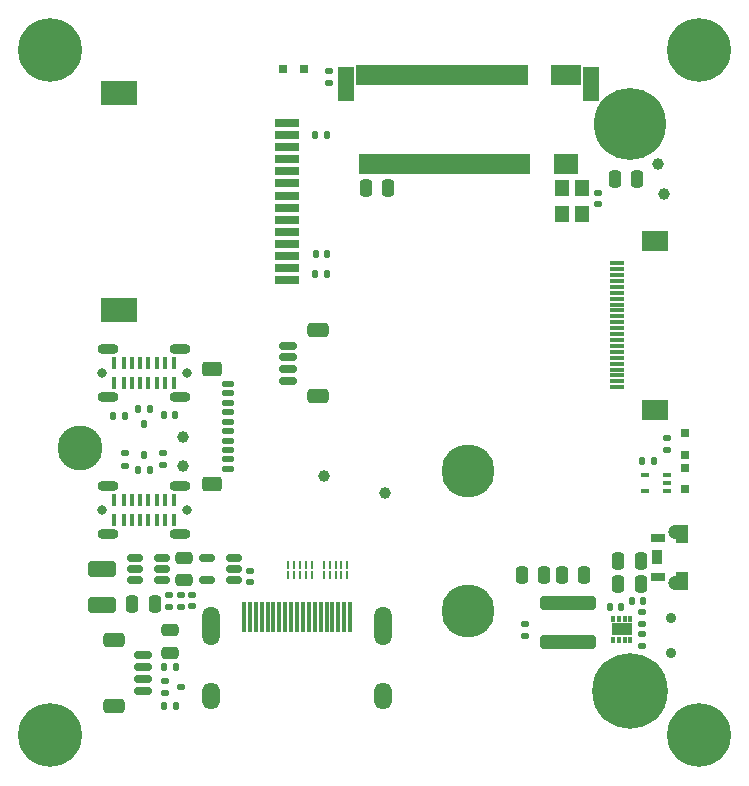
<source format=gbr>
%TF.GenerationSoftware,KiCad,Pcbnew,9.0.0*%
%TF.CreationDate,2025-04-08T18:44:39+02:00*%
%TF.ProjectId,CM5_MINIMA_3,434d355f-4d49-44e4-994d-415f332e6b69,2*%
%TF.SameCoordinates,Original*%
%TF.FileFunction,Soldermask,Top*%
%TF.FilePolarity,Negative*%
%FSLAX46Y46*%
G04 Gerber Fmt 4.6, Leading zero omitted, Abs format (unit mm)*
G04 Created by KiCad (PCBNEW 9.0.0) date 2025-04-08 18:44:39*
%MOMM*%
%LPD*%
G01*
G04 APERTURE LIST*
G04 Aperture macros list*
%AMRoundRect*
0 Rectangle with rounded corners*
0 $1 Rounding radius*
0 $2 $3 $4 $5 $6 $7 $8 $9 X,Y pos of 4 corners*
0 Add a 4 corners polygon primitive as box body*
4,1,4,$2,$3,$4,$5,$6,$7,$8,$9,$2,$3,0*
0 Add four circle primitives for the rounded corners*
1,1,$1+$1,$2,$3*
1,1,$1+$1,$4,$5*
1,1,$1+$1,$6,$7*
1,1,$1+$1,$8,$9*
0 Add four rect primitives between the rounded corners*
20,1,$1+$1,$2,$3,$4,$5,0*
20,1,$1+$1,$4,$5,$6,$7,0*
20,1,$1+$1,$6,$7,$8,$9,0*
20,1,$1+$1,$8,$9,$2,$3,0*%
G04 Aperture macros list end*
%ADD10R,2.030000X0.700000*%
%ADD11R,3.100000X2.100000*%
%ADD12RoundRect,0.150000X0.512500X0.150000X-0.512500X0.150000X-0.512500X-0.150000X0.512500X-0.150000X0*%
%ADD13RoundRect,0.135000X-0.185000X0.135000X-0.185000X-0.135000X0.185000X-0.135000X0.185000X0.135000X0*%
%ADD14RoundRect,0.150000X0.625000X-0.150000X0.625000X0.150000X-0.625000X0.150000X-0.625000X-0.150000X0*%
%ADD15RoundRect,0.250000X0.650000X-0.350000X0.650000X0.350000X-0.650000X0.350000X-0.650000X-0.350000X0*%
%ADD16C,1.000000*%
%ADD17RoundRect,0.250000X-0.250000X-0.475000X0.250000X-0.475000X0.250000X0.475000X-0.250000X0.475000X0*%
%ADD18R,0.300000X0.500000*%
%ADD19R,1.750000X1.050000*%
%ADD20RoundRect,0.140000X0.170000X-0.140000X0.170000X0.140000X-0.170000X0.140000X-0.170000X-0.140000X0*%
%ADD21R,0.250000X0.680000*%
%ADD22C,4.500000*%
%ADD23C,5.400000*%
%ADD24RoundRect,0.135000X0.135000X0.185000X-0.135000X0.185000X-0.135000X-0.185000X0.135000X-0.185000X0*%
%ADD25R,0.800000X0.700000*%
%ADD26RoundRect,0.250000X2.100000X-0.340000X2.100000X0.340000X-2.100000X0.340000X-2.100000X-0.340000X0*%
%ADD27R,1.200000X1.400000*%
%ADD28RoundRect,0.250000X0.250000X0.475000X-0.250000X0.475000X-0.250000X-0.475000X0.250000X-0.475000X0*%
%ADD29RoundRect,0.250000X0.475000X-0.250000X0.475000X0.250000X-0.475000X0.250000X-0.475000X-0.250000X0*%
%ADD30RoundRect,0.135000X0.185000X-0.135000X0.185000X0.135000X-0.185000X0.135000X-0.185000X-0.135000X0*%
%ADD31C,2.600000*%
%ADD32C,3.800000*%
%ADD33RoundRect,0.150000X-0.625000X0.150000X-0.625000X-0.150000X0.625000X-0.150000X0.625000X0.150000X0*%
%ADD34RoundRect,0.250000X-0.650000X0.350000X-0.650000X-0.350000X0.650000X-0.350000X0.650000X0.350000X0*%
%ADD35RoundRect,0.100000X0.225000X0.100000X-0.225000X0.100000X-0.225000X-0.100000X0.225000X-0.100000X0*%
%ADD36RoundRect,0.125000X0.425000X-0.125000X0.425000X0.125000X-0.425000X0.125000X-0.425000X-0.125000X0*%
%ADD37RoundRect,0.250000X0.600000X-0.350000X0.600000X0.350000X-0.600000X0.350000X-0.600000X-0.350000X0*%
%ADD38RoundRect,0.140000X-0.140000X-0.170000X0.140000X-0.170000X0.140000X0.170000X-0.140000X0.170000X0*%
%ADD39RoundRect,0.250000X-0.925000X0.412500X-0.925000X-0.412500X0.925000X-0.412500X0.925000X0.412500X0*%
%ADD40C,0.800000*%
%ADD41O,1.800000X0.860000*%
%ADD42R,0.400000X1.100000*%
%ADD43RoundRect,0.102000X-0.150000X-0.775000X0.150000X-0.775000X0.150000X0.775000X-0.150000X0.775000X0*%
%ADD44RoundRect,0.102000X-0.600000X-1.375000X0.600000X-1.375000X0.600000X1.375000X-0.600000X1.375000X0*%
%ADD45RoundRect,0.140000X-0.170000X0.140000X-0.170000X-0.140000X0.170000X-0.140000X0.170000X0.140000X0*%
%ADD46R,0.300000X2.600000*%
%ADD47O,1.500000X3.300000*%
%ADD48O,1.500000X2.300000*%
%ADD49RoundRect,0.140000X0.140000X0.170000X-0.140000X0.170000X-0.140000X-0.170000X0.140000X-0.170000X0*%
%ADD50RoundRect,0.125000X-0.125000X0.175000X-0.125000X-0.175000X0.125000X-0.175000X0.125000X0.175000X0*%
%ADD51RoundRect,0.125000X0.125000X-0.175000X0.125000X0.175000X-0.125000X0.175000X-0.125000X-0.175000X0*%
%ADD52R,1.200000X0.700000*%
%ADD53R,0.950000X1.300000*%
%ADD54C,1.200000*%
%ADD55R,1.000000X1.500000*%
%ADD56R,0.700000X0.800000*%
%ADD57RoundRect,0.125000X-0.175000X-0.125000X0.175000X-0.125000X0.175000X0.125000X-0.175000X0.125000X0*%
%ADD58R,1.300000X0.300000*%
%ADD59R,2.200000X1.800000*%
%ADD60C,5.700000*%
%ADD61C,6.100000*%
%ADD62C,0.900000*%
%ADD63C,6.400000*%
%ADD64C,6.000000*%
G04 APERTURE END LIST*
D10*
%TO.C,J1*%
X20062000Y40610000D03*
X20062000Y41630000D03*
X20062000Y42650000D03*
X20062000Y43670000D03*
X20062000Y44690000D03*
X20062000Y45710000D03*
X20062000Y46730000D03*
X20062000Y47750000D03*
X20062000Y48770000D03*
X20062000Y49790000D03*
X20062000Y38570000D03*
X20062000Y39590000D03*
X20062000Y50810000D03*
X20062000Y51830000D03*
D11*
X5846000Y36050000D03*
X5846000Y54350000D03*
%TD*%
D12*
%TO.C,U405*%
X15577500Y13160000D03*
X15577500Y14110000D03*
X15577500Y15060000D03*
X13302500Y15060000D03*
X13302500Y13160000D03*
%TD*%
D13*
%TO.C,R704*%
X40200000Y9410000D03*
X40200000Y8390000D03*
%TD*%
D14*
%TO.C,J502*%
X7925000Y3800000D03*
X7925000Y4800000D03*
X7925000Y5800000D03*
X7925000Y6800000D03*
D15*
X5400000Y2500000D03*
X5400000Y8100000D03*
%TD*%
D16*
%TO.C,TP103*%
X23190000Y21960000D03*
%TD*%
D17*
%TO.C,C705*%
X48140000Y12810000D03*
X50040000Y12810000D03*
%TD*%
D18*
%TO.C,U702*%
X49165000Y9890000D03*
X48665000Y9890000D03*
X48165000Y9890000D03*
X47665000Y9890000D03*
X47665000Y8090000D03*
X48165000Y8090000D03*
X48665000Y8090000D03*
X49165000Y8090000D03*
D19*
X48415000Y8990000D03*
%TD*%
D13*
%TO.C,R606*%
X52290000Y25160000D03*
X52290000Y24140000D03*
%TD*%
D17*
%TO.C,C708*%
X43360000Y13550000D03*
X45260000Y13550000D03*
%TD*%
D20*
%TO.C,C502*%
X16950000Y12970000D03*
X16950000Y13930000D03*
%TD*%
D21*
%TO.C,D401*%
X22200000Y14440000D03*
X21700000Y14440000D03*
X21200000Y14440000D03*
X20700000Y14440000D03*
X20200000Y14440000D03*
X20200000Y13580000D03*
X20700000Y13580000D03*
X21200000Y13580000D03*
X21700000Y13580000D03*
X22200000Y13580000D03*
%TD*%
D12*
%TO.C,U701*%
X9507500Y13150000D03*
X9507500Y14100000D03*
X9507500Y15050000D03*
X7232500Y15050000D03*
X7232500Y14100000D03*
X7232500Y13150000D03*
%TD*%
D22*
%TO.C,M701*%
X35450000Y22375000D03*
%TD*%
D13*
%TO.C,R101*%
X11100000Y11910000D03*
X11100000Y10890000D03*
%TD*%
D16*
%TO.C,TP102*%
X52000000Y45800000D03*
%TD*%
D23*
%TO.C,H105*%
X0Y0D03*
%TD*%
D24*
%TO.C,R402*%
X23510000Y50825000D03*
X22490000Y50825000D03*
%TD*%
D22*
%TO.C,M702*%
X35450000Y10500000D03*
%TD*%
D24*
%TO.C,R401*%
X23510000Y39050000D03*
X22490000Y39050000D03*
%TD*%
D25*
%TO.C,D702*%
X19710000Y56450000D03*
X21510000Y56450000D03*
%TD*%
D16*
%TO.C,TP101*%
X11280000Y25280000D03*
%TD*%
D26*
%TO.C,L701*%
X43850000Y7885000D03*
X43850000Y11195000D03*
%TD*%
D27*
%TO.C,U703*%
X45100000Y44125000D03*
X45100000Y46325000D03*
X43400000Y46325000D03*
X43400000Y44125000D03*
%TD*%
D23*
%TO.C,H103*%
X55000000Y58000000D03*
%TD*%
D17*
%TO.C,C704*%
X48140000Y14785000D03*
X50040000Y14785000D03*
%TD*%
D13*
%TO.C,R707*%
X23610000Y56230000D03*
X23610000Y55210000D03*
%TD*%
D28*
%TO.C,C709*%
X41850000Y13550000D03*
X39950000Y13550000D03*
%TD*%
D29*
%TO.C,C701*%
X11400000Y13150000D03*
X11400000Y15050000D03*
%TD*%
D30*
%TO.C,R706*%
X50150000Y9415000D03*
X50150000Y10435000D03*
%TD*%
D31*
%TO.C,H101*%
X2600000Y24350000D03*
D32*
X2600000Y24350000D03*
%TD*%
D33*
%TO.C,J601*%
X20175000Y33000000D03*
X20175000Y32000000D03*
X20175000Y31000000D03*
X20175000Y30000000D03*
D34*
X22700000Y34300000D03*
X22700000Y28700000D03*
%TD*%
D17*
%TO.C,C703*%
X6980000Y11130000D03*
X8880000Y11130000D03*
%TD*%
D35*
%TO.C,U602*%
X52260000Y20720000D03*
X52260000Y21370000D03*
X52260000Y22020000D03*
X50360000Y22020000D03*
X50360000Y20720000D03*
%TD*%
D36*
%TO.C,J503*%
X15130000Y22560000D03*
X15130000Y23360000D03*
X15130000Y24160000D03*
X15130000Y24960000D03*
X15130000Y25760000D03*
X15130000Y26560000D03*
X15130000Y27360000D03*
X15130000Y28160000D03*
X15130000Y28960000D03*
X15130000Y29760000D03*
D37*
X13730000Y21260000D03*
X13730000Y31060000D03*
%TD*%
D38*
%TO.C,C401*%
X22520000Y40775000D03*
X23480000Y40775000D03*
%TD*%
D39*
%TO.C,C702*%
X4400000Y14085000D03*
X4400000Y11010000D03*
%TD*%
D30*
%TO.C,R702*%
X6350000Y22850001D03*
X6350000Y23869999D03*
%TD*%
%TO.C,R705*%
X50150000Y7535000D03*
X50150000Y8555000D03*
%TD*%
D40*
%TO.C,J101*%
X11580000Y30650000D03*
X4420000Y30650000D03*
D41*
X11050000Y28620000D03*
X11050000Y32680000D03*
X4950000Y28620000D03*
X4950000Y32680000D03*
D42*
X10550000Y29800000D03*
X9750000Y29800000D03*
X9050000Y29800000D03*
X8350000Y29800000D03*
X7650000Y29800000D03*
X6950000Y29800000D03*
X6250000Y29800000D03*
X5450000Y29800000D03*
X5450000Y31500000D03*
X6250000Y31500000D03*
X6950000Y31500000D03*
X7650000Y31500000D03*
X8350000Y31500000D03*
X9050000Y31500000D03*
X9750000Y31500000D03*
X10550000Y31500000D03*
%TD*%
D24*
%TO.C,R501*%
X10660000Y2450000D03*
X9640000Y2450000D03*
%TD*%
D43*
%TO.C,J701*%
X26200000Y55900000D03*
X26450000Y48350000D03*
X26700000Y55900000D03*
X26950000Y48350000D03*
X27200000Y55900000D03*
X27450000Y48350000D03*
X27700000Y55900000D03*
X27950000Y48350000D03*
X28200000Y55900000D03*
X28450000Y48350000D03*
X28700000Y55900000D03*
X28950000Y48350000D03*
X29200000Y55900000D03*
X29450000Y48350000D03*
X29700000Y55900000D03*
X29950000Y48350000D03*
X30200000Y55900000D03*
X30450000Y48350000D03*
X30700000Y55900000D03*
X30950000Y48350000D03*
X31200000Y55900000D03*
X31450000Y48350000D03*
X31700000Y55900000D03*
X31950000Y48350000D03*
X32200000Y55900000D03*
X32450000Y48350000D03*
X32700000Y55900000D03*
X32950000Y48350000D03*
X33200000Y55900000D03*
X33450000Y48350000D03*
X33700000Y55900000D03*
X33950000Y48350000D03*
X34200000Y55900000D03*
X34450000Y48350000D03*
X34700000Y55900000D03*
X34950000Y48350000D03*
X35200000Y55900000D03*
X35450000Y48350000D03*
X35700000Y55900000D03*
X35950000Y48350000D03*
X36200000Y55900000D03*
X36450000Y48350000D03*
X36700000Y55900000D03*
X36950000Y48350000D03*
X37200000Y55900000D03*
X37450000Y48350000D03*
X37700000Y55900000D03*
X37950000Y48350000D03*
X38200000Y55900000D03*
X38450000Y48350000D03*
X38700000Y55900000D03*
X38950000Y48350000D03*
X39200000Y55900000D03*
X39450000Y48350000D03*
X39700000Y55900000D03*
X39950000Y48350000D03*
X40200000Y55900000D03*
X40450000Y48350000D03*
X42700000Y55900000D03*
X42950000Y48350000D03*
X43200000Y55900000D03*
X43450000Y48350000D03*
X43700000Y55900000D03*
X43950000Y48350000D03*
X44200000Y55900000D03*
X44450000Y48350000D03*
X44700000Y55900000D03*
D44*
X25100000Y55125000D03*
X45800000Y55125000D03*
%TD*%
D17*
%TO.C,C711*%
X26750000Y46350000D03*
X28650000Y46350000D03*
%TD*%
D16*
%TO.C,TP105*%
X11280000Y22780000D03*
%TD*%
D20*
%TO.C,C712*%
X46450000Y44990000D03*
X46450000Y45950000D03*
%TD*%
D45*
%TO.C,C501*%
X12050000Y11880000D03*
X12050000Y10920000D03*
%TD*%
D46*
%TO.C,J501*%
X25440000Y10010000D03*
X24940000Y10010000D03*
X24440000Y10010000D03*
X23940000Y10010000D03*
X23440000Y10010000D03*
X22940000Y10010000D03*
X22440000Y10010000D03*
X21940000Y10010000D03*
X21440000Y10010000D03*
X20940000Y10010000D03*
X20440000Y10010000D03*
X19940000Y10010000D03*
X19440000Y10010000D03*
X18940000Y10010000D03*
X18440000Y10010000D03*
X17940000Y10010000D03*
X17440000Y10010000D03*
X16940000Y10010000D03*
X16440000Y10010000D03*
D47*
X28190000Y9280000D03*
X13690000Y9280000D03*
D48*
X13690000Y3320000D03*
X28190000Y3320000D03*
%TD*%
D17*
%TO.C,C710*%
X47850000Y47125000D03*
X49750000Y47125000D03*
%TD*%
D21*
%TO.C,D402*%
X25200000Y14440000D03*
X24700000Y14440000D03*
X24200000Y14440000D03*
X23700000Y14440000D03*
X23200000Y14440000D03*
X23200000Y13580000D03*
X23700000Y13580000D03*
X24200000Y13580000D03*
X24700000Y13580000D03*
X25200000Y13580000D03*
%TD*%
D13*
%TO.C,R701*%
X10100000Y11910000D03*
X10100000Y10890000D03*
%TD*%
D49*
%TO.C,C706*%
X48370000Y10885000D03*
X47410000Y10885000D03*
%TD*%
D50*
%TO.C,D101*%
X8500000Y27640000D03*
X7500000Y27640000D03*
X8000000Y26340000D03*
%TD*%
D38*
%TO.C,C102*%
X9645000Y27150000D03*
X10605000Y27150000D03*
%TD*%
D49*
%TO.C,C101*%
X6355000Y27000000D03*
X5395000Y27000000D03*
%TD*%
D23*
%TO.C,H104*%
X55000000Y0D03*
%TD*%
D40*
%TO.C,USB701*%
X11580000Y19100000D03*
X4420000Y19100000D03*
D41*
X11050000Y17070000D03*
X11050000Y21130000D03*
X4950000Y17070000D03*
X4950000Y21130000D03*
D42*
X10550000Y18250000D03*
X9750000Y18250000D03*
X9050000Y18250000D03*
X8350000Y18250000D03*
X7650000Y18250000D03*
X6950000Y18250000D03*
X6250000Y18250000D03*
X5450000Y18250000D03*
X5450000Y19950000D03*
X6250000Y19950000D03*
X6950000Y19950000D03*
X7650000Y19950000D03*
X8350000Y19950000D03*
X9050000Y19950000D03*
X9750000Y19950000D03*
X10550000Y19950000D03*
%TD*%
D51*
%TO.C,D701*%
X7500000Y22450000D03*
X8500000Y22450000D03*
X8000000Y23749999D03*
%TD*%
D23*
%TO.C,H102*%
X0Y58000000D03*
%TD*%
D29*
%TO.C,C601*%
X10200000Y7000000D03*
X10200000Y8900000D03*
%TD*%
D52*
%TO.C,SW501*%
X51520000Y16730000D03*
X51520000Y13450000D03*
D53*
X51395000Y15080000D03*
D54*
X52920000Y17230000D03*
D55*
X53520000Y17080000D03*
D54*
X52920000Y12930000D03*
D55*
X53520000Y13080000D03*
%TD*%
D30*
%TO.C,R703*%
X9630000Y22860001D03*
X9630000Y23879999D03*
%TD*%
D16*
%TO.C,TP104*%
X51460000Y48370000D03*
%TD*%
D49*
%TO.C,C707*%
X50220000Y11355000D03*
X49260000Y11355000D03*
%TD*%
D56*
%TO.C,D605*%
X53790000Y22630000D03*
X53790000Y20830000D03*
%TD*%
D57*
%TO.C,D502*%
X9800000Y4600000D03*
X9800000Y3600000D03*
X11100000Y4100000D03*
%TD*%
D58*
%TO.C,J802*%
X48000000Y39975000D03*
X48000000Y39475000D03*
X48000000Y38975000D03*
X48000000Y38475000D03*
X48000000Y37975000D03*
X48000000Y37475000D03*
X48000000Y36975000D03*
X48000000Y36475000D03*
X48000000Y35975000D03*
X48000000Y35475000D03*
X48000000Y34975000D03*
X48000000Y34475000D03*
X48000000Y33975000D03*
X48000000Y33475000D03*
X48000000Y32975000D03*
X48000000Y32475000D03*
X48000000Y31975000D03*
X48000000Y31475000D03*
X48000000Y30975000D03*
X48000000Y30475000D03*
X48000000Y29975000D03*
X48000000Y29475000D03*
D59*
X51250000Y27575000D03*
X51250000Y41875000D03*
%TD*%
D16*
%TO.C,TP106*%
X28410000Y20500000D03*
%TD*%
D24*
%TO.C,R502*%
X10660000Y5750000D03*
X9640000Y5750000D03*
%TD*%
D56*
%TO.C,D606*%
X53790000Y25570000D03*
X53790000Y23770000D03*
%TD*%
D24*
%TO.C,R605*%
X51150000Y23260000D03*
X50130000Y23260000D03*
%TD*%
D60*
%TO.C,Module301*%
X49100000Y3750000D03*
D61*
X49100000Y51750000D03*
%TD*%
D62*
%TO.C,SW101*%
X52590000Y9970000D03*
X52590000Y6970000D03*
%TD*%
D63*
%TO.C,Module302*%
X49100000Y3750000D03*
D64*
X49100000Y51750000D03*
%TD*%
M02*

</source>
